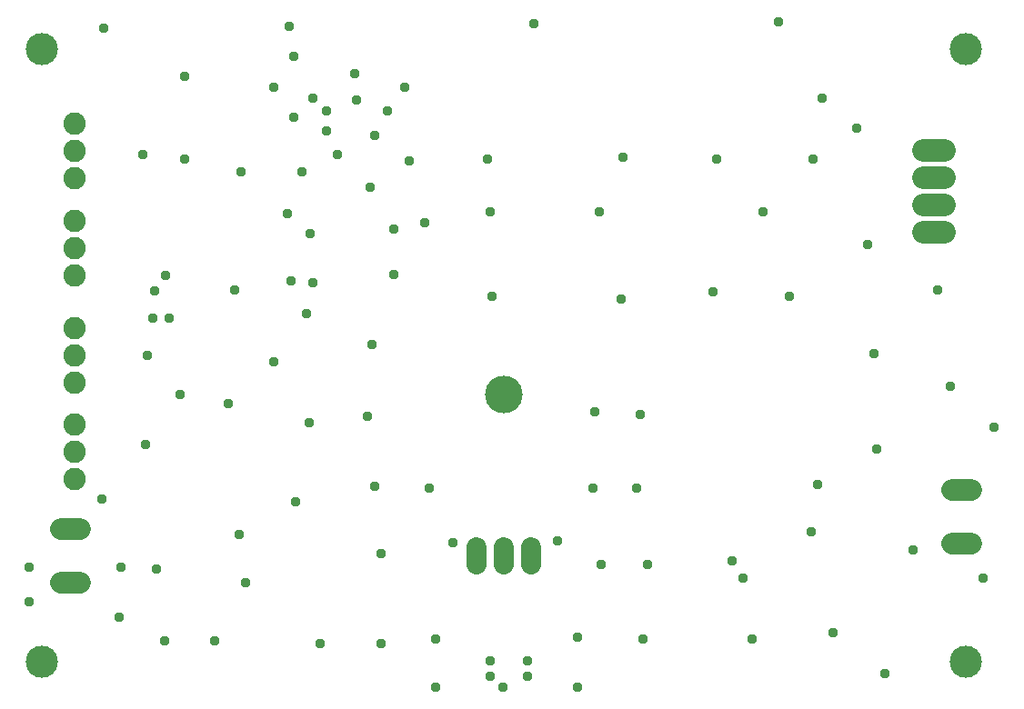
<source format=gbr>
G04 EAGLE Gerber RS-274X export*
G75*
%MOMM*%
%FSLAX34Y34*%
%LPD*%
%INSoldermask Bottom*%
%IPPOS*%
%AMOC8*
5,1,8,0,0,1.08239X$1,22.5*%
G01*
%ADD10C,3.003200*%
%ADD11C,1.879600*%
%ADD12C,3.505200*%
%ADD13C,2.082800*%
%ADD14C,2.082800*%
%ADD15C,1.993900*%
%ADD16C,0.959600*%


D10*
X40000Y40000D03*
X900000Y40000D03*
X40000Y610000D03*
X900000Y610000D03*
D11*
X444600Y146782D02*
X444600Y130018D01*
X470000Y130018D02*
X470000Y146782D01*
X495400Y146782D02*
X495400Y130018D01*
D12*
X470000Y288260D03*
D13*
X70000Y490000D03*
X70000Y515400D03*
X70000Y540800D03*
X70000Y400000D03*
X70000Y425400D03*
X70000Y450800D03*
X70000Y300000D03*
X70000Y325400D03*
X70000Y350800D03*
X70000Y210000D03*
X70000Y235400D03*
X70000Y260800D03*
D14*
X860602Y440000D02*
X879398Y440000D01*
X879398Y465400D02*
X860602Y465400D01*
X860602Y490800D02*
X879398Y490800D01*
X879398Y516200D02*
X860602Y516200D01*
D15*
X75502Y163176D02*
X57595Y163176D01*
X57595Y113176D02*
X75502Y113176D01*
X887667Y149752D02*
X905574Y149752D01*
X905574Y199752D02*
X887667Y199752D01*
D16*
X682752Y134112D03*
X560832Y130048D03*
X603504Y130048D03*
X406400Y60960D03*
X538480Y62992D03*
X599440Y60960D03*
X298704Y56896D03*
X201168Y58928D03*
X701040Y60960D03*
X95504Y191008D03*
X136144Y241808D03*
X223520Y158496D03*
X138176Y325120D03*
X276352Y188976D03*
X213360Y280416D03*
X343408Y268224D03*
X355600Y140208D03*
X554736Y272288D03*
X597408Y270256D03*
X400304Y201168D03*
X225552Y495808D03*
X282448Y495808D03*
X382016Y505968D03*
X97536Y629920D03*
X497840Y633984D03*
X725424Y636016D03*
X270256Y631952D03*
X757936Y508000D03*
X455168Y508000D03*
X459232Y379984D03*
X735584Y379984D03*
X347472Y335280D03*
X286512Y363728D03*
X172720Y508000D03*
X134112Y512064D03*
X579120Y377952D03*
X581152Y510032D03*
X668528Y508000D03*
X664464Y384048D03*
X824992Y28448D03*
X916432Y117856D03*
X885952Y296672D03*
X816864Y237744D03*
X873760Y386080D03*
X593344Y201168D03*
X552704Y201168D03*
X692912Y117856D03*
X469392Y16256D03*
X406400Y16256D03*
X538480Y16256D03*
X256032Y319024D03*
X154432Y58928D03*
X111760Y81280D03*
X113792Y128016D03*
X355600Y56896D03*
X776224Y67056D03*
X851408Y144272D03*
X755904Y160528D03*
X926592Y258064D03*
X814832Y327152D03*
X219456Y386080D03*
X168656Y288544D03*
X288544Y262128D03*
X349504Y203200D03*
X558800Y459232D03*
X457200Y459232D03*
X711200Y459232D03*
X229616Y113792D03*
X146304Y125984D03*
X422656Y150368D03*
X520192Y152400D03*
X457200Y40640D03*
X491744Y40640D03*
X457200Y26416D03*
X491744Y26416D03*
X314960Y512064D03*
X345440Y481584D03*
X274320Y603504D03*
X331216Y587248D03*
X349504Y530352D03*
X377952Y575056D03*
X274320Y546608D03*
X333248Y562864D03*
X292608Y564896D03*
X256032Y575056D03*
X172720Y585216D03*
X28448Y95504D03*
X28448Y128016D03*
X808736Y428752D03*
X798576Y536448D03*
X766064Y564896D03*
X762000Y205232D03*
X292608Y393192D03*
X289560Y438912D03*
X272288Y394208D03*
X268224Y457200D03*
X155448Y399288D03*
X144780Y385572D03*
X143256Y359664D03*
X158496Y359664D03*
X304800Y552704D03*
X361696Y552704D03*
X304800Y534416D03*
X396240Y449072D03*
X367792Y442976D03*
X367792Y400304D03*
M02*

</source>
